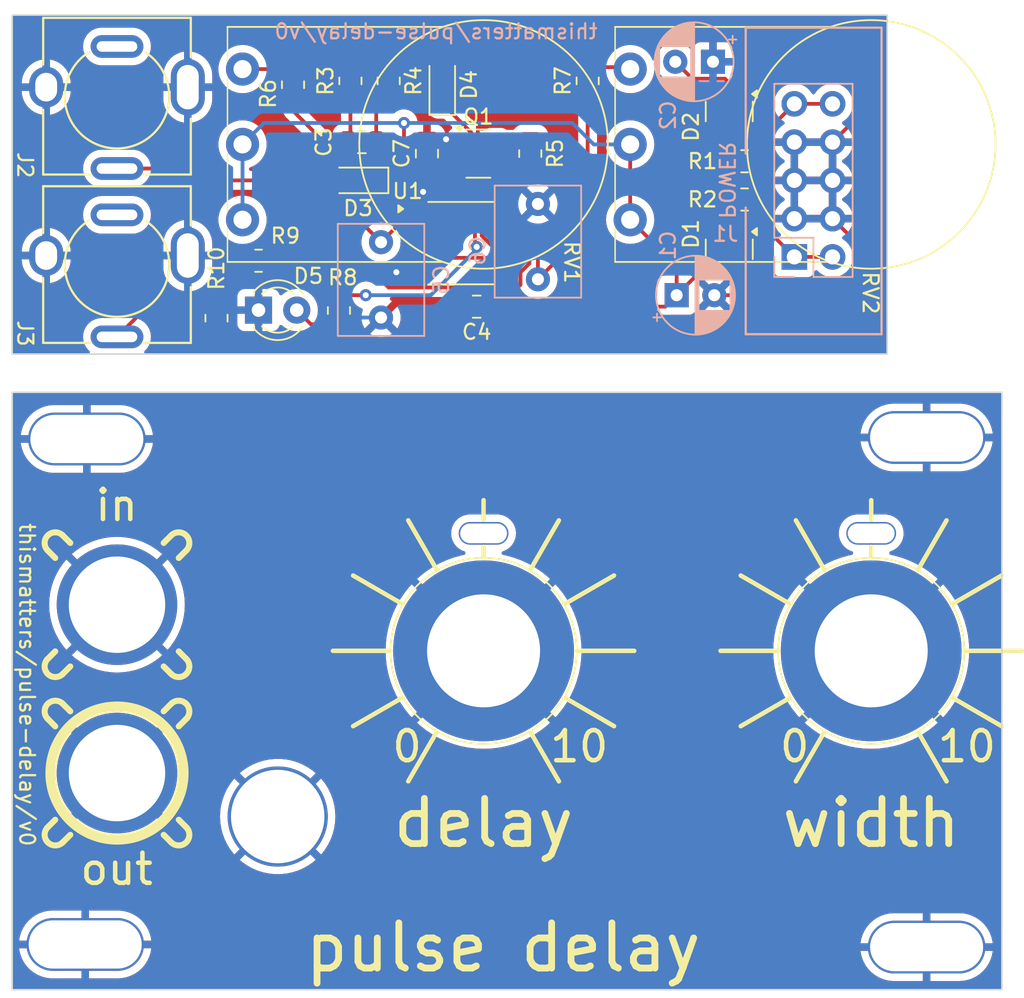
<source format=kicad_pcb>
(kicad_pcb (version 20221018) (generator pcbnew)
  (layers (0 "F.Cu" signal) (31 "B.Cu" signal) (34 "B.Paste" user) (35 "F.Paste" user) (36 "B.SilkS" user "B.Silkscreen") (37 "F.SilkS" user "F.Silkscreen") (38 "B.Mask" user) (39 "F.Mask" user) (44 "Edge.Cuts" user))
  (net 0 "")
  (net 1 "+12V")
  (net 2 "GND")
  (net 3 "-12V")
  (net 4 "Net-(D1-COM)")
  (net 5 "Net-(D2-COM)")
  (net 6 "/FACE")
  (net 7 "Net-(J1-Pin_1)")
  (net 8 "Net-(J1-Pin_10)")
  (net 9 "Net-(D3-K)")
  (net 10 "Net-(D4-K)")
  (net 11 "Net-(U1A-RxCx)")
  (net 12 "Net-(U1B-RxCx)")
  (net 13 "Net-(D3-A)")
  (net 14 "Net-(D5-A)")
  (net 16 "Net-(J3-PadT)")
  (net 18 "Net-(Q1B-E2)")
  (net 19 "Net-(Q1B-B2)")
  (net 20 "Net-(Q1A-C1)")
  (net 21 "Net-(R6-Pad2)")
  (net 22 "Net-(R7-Pad2)")
  (net 23 "Net-(U1A-Clk+)")
  (footprint "Resistor_SMD:R_0805_2012Metric" (layer "F.Cu") (at 142.7656 114.2028)
    (fp_text reference "R2" (at -2.794 0) (layer "F.SilkS"))
    (fp_text value "10")
    (pad "1" smd roundrect (at -0.9125 0) (size 1.025 1.4) (layers "F.Cu" "F.Paste" "F.Mask") (roundrect_rratio 0.243902) (net 4 "Net-(D1-COM)"))
    (pad "2" smd roundrect (at 0.9125 0) (size 1.025 1.4) (layers "F.Cu" "F.Paste" "F.Mask") (roundrect_rratio 0.243902) (net 7 "Net-(J1-Pin_1)"))
  )
  (footprint "Resistor_SMD:R_0805_2012Metric" (layer "F.Cu") (at 132.3516 106.3288 90)
    (fp_text reference "R7" (at 0 -1.65 90) (layer "F.SilkS"))
    (fp_text value "10K")
    (pad "1" smd roundrect (at -0.9125 0 90) (size 1.025 1.4) (layers "F.Cu" "F.Paste" "F.Mask") (roundrect_rratio 0.243902) (net 12 "Net-(U1B-RxCx)"))
    (pad "2" smd roundrect (at 0.9125 0 90) (size 1.025 1.4) (layers "F.Cu" "F.Paste" "F.Mask") (roundrect_rratio 0.243902) (net 22 "Net-(R7-Pad2)"))
  )
  (footprint "Eurorack:AudioJack2_Tayda_A-2566" (layer "F.Cu") (at 101.1096 107.3448 180)
    (fp_text reference "J2" (at 6.096 -4.572 270 unlocked) (layer "F.SilkS"))
    (fp_text value "AudioJack2_SwitchT")
    (pad "S" thru_hole oval (at -4.7 0.6 180) (size 2.25 3.75) (drill oval 1.45 2.95) (layers "*.Cu" "*.Mask") (net 2 "GND"))
    (pad "S" thru_hole oval (at 4.7 0.6 180) (size 2.25 2.7) (drill oval 1.45 1.9) (layers "*.Cu" "*.Mask") (net 2 "GND"))
    (pad "T" thru_hole oval (at 0 -4.8 180) (size 3.5 1.5) (drill oval 2.7 0.7) (layers "*.Cu" "*.Mask") (net 13 "Net-(D3-A)"))
    (pad "TN" thru_hole oval (at 0 3.3 180) (size 3.5 1.5) (drill oval 2.7 0.7) (layers "*.Cu" "*.Mask"))
  )
  (footprint "Capacitor_SMD:C_0805_2012Metric" (layer "F.Cu") (at 124.9856 121.3148 180)
    (fp_text reference "C4" (at 0 -1.68) (layer "F.SilkS"))
    (fp_text value "100n")
    (pad "1" smd roundrect (at -0.95 0 180) (size 1 1.45) (layers "F.Cu" "F.Paste" "F.Mask") (net 1 "+12V"))
    (pad "2" smd roundrect (at 0.95 0 180) (size 1 1.45) (layers "F.Cu" "F.Paste" "F.Mask") (net 2 "GND"))
  )
  (footprint "Resistor_SMD:R_0805_2012Metric" (layer "F.Cu") (at 116.6036 106.3288 90)
    (fp_text reference "R3" (at 0 -1.65 90) (layer "F.SilkS"))
    (fp_text value "100K")
    (pad "1" smd roundrect (at -0.9125 0 90) (size 1.025 1.4) (layers "F.Cu" "F.Paste" "F.Mask") (roundrect_rratio 0.243902) (net 9 "Net-(D3-K)"))
    (pad "2" smd roundrect (at 0.9125 0 90) (size 1.025 1.4) (layers "F.Cu" "F.Paste" "F.Mask") (roundrect_rratio 0.243902) (net 2 "GND"))
  )
  (footprint "Diode_SMD:D_SOD-323_HandSoldering" (layer "F.Cu") (at 122.6996 106.5828 90)
    (fp_text reference "D4" (at 0 1.778 90) (layer "F.SilkS"))
    (fp_text value "1N4148")
    (pad "1" smd roundrect (at -1.25 0 90) (size 1 1) (layers "F.Cu" "F.Paste" "F.Mask") (net 10 "Net-(D4-K)"))
    (pad "2" smd roundrect (at 1.25 0 90) (size 1 1) (layers "F.Cu" "F.Paste" "F.Mask") (net 2 "GND"))
  )
  (footprint "Resistor_SMD:R_0805_2012Metric" (layer "F.Cu") (at 115.8416 121.5688 90)
    (fp_text reference "R8" (at 2.1888 0.254 180) (layer "F.SilkS"))
    (fp_text value "1K")
    (pad "1" smd roundrect (at -0.9125 0 90) (size 1.025 1.4) (layers "F.Cu" "F.Paste" "F.Mask") (roundrect_rratio 0.243902) (net 14 "Net-(D5-A)"))
    (pad "2" smd roundrect (at 0.9125 0 90) (size 1.025 1.4) (layers "F.Cu" "F.Paste" "F.Mask") (roundrect_rratio 0.243902) (net 18 "Net-(Q1B-E2)"))
  )
  (footprint "Package_TO_SOT_SMD:SOT-23" (layer "F.Cu") (at 141.7496 108.3608 -90)
    (fp_text reference "D2" (at 1.016 2.54 90) (layer "F.SilkS"))
    (fp_text value "BAT54S")
    (pad "1" smd roundrect (at -0.9375 -0.95 270) (size 1.475 0.6) (layers "F.Cu" "F.Paste" "F.Mask") (net 3 "-12V"))
    (pad "2" smd roundrect (at -0.9375 0.95 270) (size 1.475 0.6) (layers "F.Cu" "F.Paste" "F.Mask") (net 1 "+12V"))
    (pad "3" smd roundrect (at 0.9375 0 270) (size 1.475 0.6) (layers "F.Cu" "F.Paste" "F.Mask") (net 5 "Net-(D2-COM)"))
  )
  (footprint "Eurorack:Mech-MountingHole" (layer "F.Cu") (at 99.1096 130.0973)
    (fp_text reference "H1")
    (fp_text value "mount0")
    (pad "1" thru_hole oval (at 0 0 90) (size 3.5 7.8) (drill oval 3.2 7.5) (layers "*.Cu" "*.Mask") (net 6 "/FACE"))
  )
  (footprint "Resistor_SMD:R_0805_2012Metric" (layer "F.Cu") (at 142.7656 111.6628)
    (fp_text reference "R1" (at -2.794 0) (layer "F.SilkS"))
    (fp_text value "10")
    (pad "1" smd roundrect (at -0.9125 0) (size 1.025 1.4) (layers "F.Cu" "F.Paste" "F.Mask") (roundrect_rratio 0.243902) (net 5 "Net-(D2-COM)"))
    (pad "2" smd roundrect (at 0.9125 0) (size 1.025 1.4) (layers "F.Cu" "F.Paste" "F.Mask") (roundrect_rratio 0.243902) (net 8 "Net-(J1-Pin_10)"))
  )
  (footprint "Package_TO_SOT_SMD:SOT-23" (layer "F.Cu") (at 141.7496 117.5048 -90)
    (fp_text reference "D1" (at -1.016 2.54 90) (layer "F.SilkS"))
    (fp_text value "BAT54S")
    (pad "1" smd roundrect (at -0.9375 -0.95 270) (size 1.475 0.6) (layers "F.Cu" "F.Paste" "F.Mask") (net 3 "-12V"))
    (pad "2" smd roundrect (at -0.9375 0.95 270) (size 1.475 0.6) (layers "F.Cu" "F.Paste" "F.Mask") (net 1 "+12V"))
    (pad "3" smd roundrect (at 0.9375 0 270) (size 1.475 0.6) (layers "F.Cu" "F.Paste" "F.Mask") (net 4 "Net-(D1-COM)"))
  )
  (footprint "Eurorack:Mech-MountingHole" (layer "F.Cu") (at 99 163.65)
    (fp_text reference "H4")
    (fp_text value "mount1")
    (pad "1" thru_hole oval (at 0 0 90) (size 3.5 7.8) (drill oval 3.2 7.5) (layers "*.Cu" "*.Mask") (net 6 "/FACE"))
  )
  (footprint "Resistor_SMD:R_0805_2012Metric" (layer "F.Cu") (at 110.5076 118.2668)
    (fp_text reference "R9" (at 1.778 -1.65) (layer "F.SilkS"))
    (fp_text value "1.8K")
    (pad "1" smd roundrect (at -0.9125 0) (size 1.025 1.4) (layers "F.Cu" "F.Paste" "F.Mask") (roundrect_rratio 0.243902) (net 16 "Net-(J3-PadT)"))
    (pad "2" smd roundrect (at 0.9125 0) (size 1.025 1.4) (layers "F.Cu" "F.Paste" "F.Mask") (roundrect_rratio 0.243902) (net 19 "Net-(Q1B-B2)"))
  )
  (footprint "Package_SO:TSSOP-16_4.4x5mm_P0.65mm" (layer "F.Cu") (at 123.9696 117.0978)
    (fp_text reference "U1" (at -3.5736 -3.45) (layer "F.SilkS"))
    (fp_text value "4538")
    (pad "1" smd roundrect (at -2.8625 -2.275) (size 1.475 0.4) (layers "F.Cu" "F.Paste" "F.Mask") (net 2 "GND"))
    (pad "2" smd roundrect (at -2.8625 -1.625) (size 1.475 0.4) (layers "F.Cu" "F.Paste" "F.Mask") (net 11 "Net-(U1A-RxCx)"))
    (pad "3" smd roundrect (at -2.8625 -0.975) (size 1.475 0.4) (layers "F.Cu" "F.Paste" "F.Mask") (net 1 "+12V"))
    (pad "4" smd roundrect (at -2.8625 -0.325) (size 1.475 0.4) (layers "F.Cu" "F.Paste" "F.Mask") (net 23 "Net-(U1A-Clk+)"))
    (pad "5" smd roundrect (at -2.8625 0.325) (size 1.475 0.4) (layers "F.Cu" "F.Paste" "F.Mask") (net 20 "Net-(Q1A-C1)"))
    (pad "6" smd roundrect (at -2.8625 0.975) (size 1.475 0.4) (layers "F.Cu" "F.Paste" "F.Mask") (net 23 "Net-(U1A-Clk+)"))
    (pad "7" smd roundrect (at -2.8625 1.625) (size 1.475 0.4) (layers "F.Cu" "F.Paste" "F.Mask"))
    (pad "8" smd roundrect (at -2.8625 2.275) (size 1.475 0.4) (layers "F.Cu" "F.Paste" "F.Mask") (net 2 "GND"))
    (pad "9" smd roundrect (at 2.8625 2.275) (size 1.475 0.4) (layers "F.Cu" "F.Paste" "F.Mask"))
    (pad "10" smd roundrect (at 2.8625 1.625) (size 1.475 0.4) (layers "F.Cu" "F.Paste" "F.Mask") (net 19 "Net-(Q1B-B2)"))
    (pad "11" smd roundrect (at 2.8625 0.975) (size 1.475 0.4) (layers "F.Cu" "F.Paste" "F.Mask") (net 23 "Net-(U1A-Clk+)"))
    (pad "12" smd roundrect (at 2.8625 0.325) (size 1.475 0.4) (layers "F.Cu" "F.Paste" "F.Mask") (net 19 "Net-(Q1B-B2)"))
    (pad "13" smd roundrect (at 2.8625 -0.325) (size 1.475 0.4) (layers "F.Cu" "F.Paste" "F.Mask") (net 1 "+12V"))
    (pad "14" smd roundrect (at 2.8625 -0.975) (size 1.475 0.4) (layers "F.Cu" "F.Paste" "F.Mask") (net 12 "Net-(U1B-RxCx)"))
    (pad "15" smd roundrect (at 2.8625 -1.625) (size 1.475 0.4) (layers "F.Cu" "F.Paste" "F.Mask") (net 2 "GND"))
    (pad "16" smd roundrect (at 2.8625 -2.275) (size 1.475 0.4) (layers "F.Cu" "F.Paste" "F.Mask") (net 1 "+12V"))
  )
  (footprint "Package_SO:TSOP-6_1.65x3.05mm_P0.95mm" (layer "F.Cu") (at 125.0956 111.1548)
    (fp_text reference "Q1" (at 0 -2.45) (layer "F.SilkS"))
    (fp_text value "BCM847")
    (pad "1" smd rect (at -1.16 -0.95) (size 0.7 0.51) (layers "F.Cu" "F.Paste" "F.Mask") (net 2 "GND"))
    (pad "2" smd rect (at -1.16 0) (size 0.7 0.51) (layers "F.Cu" "F.Paste" "F.Mask") (net 10 "Net-(D4-K)"))
    (pad "3" smd rect (at -1.16 0.95) (size 0.7 0.51) (layers "F.Cu" "F.Paste" "F.Mask") (net 1 "+12V"))
    (pad "4" smd rect (at 1.16 0.95) (size 0.7 0.51) (layers "F.Cu" "F.Paste" "F.Mask") (net 18 "Net-(Q1B-E2)"))
    (pad "5" smd rect (at 1.16 0) (size 0.7 0.51) (layers "F.Cu" "F.Paste" "F.Mask") (net 19 "Net-(Q1B-B2)"))
    (pad "6" smd rect (at 1.16 -0.95) (size 0.7 0.51) (layers "F.Cu" "F.Paste" "F.Mask") (net 20 "Net-(Q1A-C1)"))
  )
  (footprint "Eurorack:Mech-MountingHole" (layer "F.Cu") (at 154.85 130)
    (fp_text reference "H2")
    (fp_text value "mount1")
    (pad "1" thru_hole oval (at 0 0 90) (size 3.5 7.8) (drill oval 3.2 7.5) (layers "*.Cu" "*.Mask") (net 6 "/FACE"))
  )
  (footprint "Diode_SMD:D_SOD-323_HandSoldering" (layer "F.Cu") (at 117.1116 112.9328 180)
    (fp_text reference "D3" (at 0 -1.85) (layer "F.SilkS"))
    (fp_text value "1N4148")
    (pad "1" smd roundrect (at -1.25 0 180) (size 1 1) (layers "F.Cu" "F.Paste" "F.Mask") (net 9 "Net-(D3-K)"))
    (pad "2" smd roundrect (at 1.25 0 180) (size 1 1) (layers "F.Cu" "F.Paste" "F.Mask") (net 13 "Net-(D3-A)"))
  )
  (footprint "Resistor_SMD:R_0805_2012Metric" (layer "F.Cu") (at 107.7136 122.0768 -90)
    (fp_text reference "R10" (at -3.302 0 90) (layer "F.SilkS"))
    (fp_text value "10K")
    (pad "1" smd roundrect (at -0.9125 0 270) (size 1.025 1.4) (layers "F.Cu" "F.Paste" "F.Mask") (roundrect_rratio 0.243902) (net 16 "Net-(J3-PadT)"))
    (pad "2" smd roundrect (at 0.9125 0 270) (size 1.025 1.4) (layers "F.Cu" "F.Paste" "F.Mask") (roundrect_rratio 0.243902) (net 2 "GND"))
  )
  (footprint "Eurorack:Mech-LED-Hole-3mm-Bezel" (layer "F.Cu") (at 111.7776 155.1584)
    (fp_text reference "H13" hide)
    (fp_text value "led" hide)
    (pad "1" thru_hole circle (at 0 0) (size 6.65 6.65) (drill 6.2) (layers "*.Cu" "*.Mask") (net 6 "/FACE"))
  )
  (footprint "Eurorack:Mech-Potentiometer-Hole_level_90deg" (layer "F.Cu") (at 151.173 144.1602)
    (fp_text reference "H12")
    (fp_text value "width" (at 0 11.43 unlocked) (layer "F.SilkS") (effects (font (size 3 3) (thickness 0.45))))
    (fp_text user "0" (at -5.08 6.35 unlocked) (layer "F.SilkS") (effects (font (size 2 2) (thickness 0.3))))
    (fp_text user "10" (at 6.35 6.35 unlocked) (layer "F.SilkS") (effects (font (size 2 2) (thickness 0.3))))
    (pad "" thru_hole oval (at 0 -7.8) (size 3.3 1.5) (drill oval 3.1 1.3) (layers "*.Cu" "*.Mask"))
    (pad "1" thru_hole circle (at 0 0) (size 12 12) (drill 7.5) (layers "*.Cu" "*.Mask") (net 6 "/FACE"))
  )
  (footprint "Eurorack:Potentiometer_RV16AF-41-15R1" (layer "F.Cu") (at 151.173 110.5452 -90)
    (fp_text reference "RV2" (at 9.8508 0.043 -90 unlocked) (layer "F.SilkS"))
    (fp_text value "A1M")
    (pad "1" thru_hole circle (at -5 16 270) (size 2.2 2.2) (drill 1.2) (layers "*.Cu" "*.Mask") (net 22 "Net-(R7-Pad2)"))
    (pad "2" thru_hole circle (at 0 16 270) (size 2.2 2.2) (drill 1.2) (layers "*.Cu" "*.Mask") (net 1 "+12V"))
    (pad "3" thru_hole circle (at 5 16 270) (size 2.2 2.2) (drill 1.2) (layers "*.Cu" "*.Mask") (net 1 "+12V"))
  )
  (footprint "Eurorack:Mech-Potentiometer-Hole_level_90deg" (layer "F.Cu") (at 125.442 144.1602)
    (fp_text reference "H11")
    (fp_text value "delay" (at 0 11.43 unlocked) (layer "F.SilkS") (effects (font (size 3 3) (thickness 0.45))))
    (fp_text user "10" (at 6.35 6.35 unlocked) (layer "F.SilkS") (effects (font (size 2 2) (thickness 0.3))))
    (fp_text user "0" (at -5.08 6.35 unlocked) (layer "F.SilkS") (effects (font (size 2 2) (thickness 0.3))))
    (pad "" thru_hole oval (at 0 -7.8) (size 3.3 1.5) (drill oval 3.1 1.3) (layers "*.Cu" "*.Mask"))
    (pad "1" thru_hole circle (at 0 0) (size 12 12) (drill 7.5) (layers "*.Cu" "*.Mask") (net 6 "/FACE"))
  )
  (footprint "Eurorack:Potentiometer_RV16AF-41-15R1" (layer "F.Cu") (at 125.442 110.5452 -90)
    (fp_text reference "RV1" (at 7.8188 -5.876 -90 unlocked) (layer "F.SilkS"))
    (fp_text value "A1M")
    (pad "1" thru_hole circle (at -5 16 270) (size 2.2 2.2) (drill 1.2) (layers "*.Cu" "*.Mask") (net 21 "Net-(R6-Pad2)"))
    (pad "2" thru_hole circle (at 0 16 270) (size 2.2 2.2) (drill 1.2) (layers "*.Cu" "*.Mask") (net 1 "+12V"))
    (pad "3" thru_hole circle (at 5 16 270) (size 2.2 2.2) (drill 1.2) (layers "*.Cu" "*.Mask") (net 1 "+12V"))
  )
  (footprint "Eurorack:Mech-AudioJack-Hole-Input-Gate" (layer "F.Cu") (at 101.1096 141.0973)
    (fp_text reference "H9")
    (fp_text value "in" (at -0.025 -6.6 unlocked) (layer "F.SilkS") (effects (font (size 2 2) (thickness 0.3))))
    (pad "1" thru_hole circle (at 0 0 90) (size 8 8) (drill 6.4) (layers "*.Cu" "*.Mask") (net 6 "/FACE"))
  )
  (footprint "Resistor_SMD:R_0805_2012Metric" (layer "F.Cu") (at 112.7936 106.5828 90)
    (fp_text reference "R6" (at -0.6052 -1.65 90) (layer "F.SilkS"))
    (fp_text value "10K")
    (pad "1" smd roundrect (at -0.9125 0 90) (size 1.025 1.4) (layers "F.Cu" "F.Paste" "F.Mask") (roundrect_rratio 0.243902) (net 11 "Net-(U1A-RxCx)"))
    (pad "2" smd roundrect (at 0.9125 0 90) (size 1.025 1.4) (layers "F.Cu" "F.Paste" "F.Mask") (roundrect_rratio 0.243902) (net 21 "Net-(R6-Pad2)"))
  )
  (footprint "Eurorack:Mech-MountingHole" (layer "F.Cu") (at 154.85 163.825)
    (fp_text reference "H3")
    (fp_text value "mount1")
    (pad "1" thru_hole oval (at 0 0 90) (size 3.5 7.8) (drill oval 3.2 7.5) (layers "*.Cu" "*.Mask") (net 6 "/FACE"))
  )
  (footprint "Capacitor_SMD:C_0805_2012Metric" (layer "F.Cu") (at 121.6836 111.1548 90)
    (fp_text reference "C7" (at 0 -1.68 90) (layer "F.SilkS"))
    (fp_text value "100n")
    (pad "1" smd roundrect (at -0.95 0 90) (size 1 1.45) (layers "F.Cu" "F.Paste" "F.Mask") (net 1 "+12V"))
    (pad "2" smd roundrect (at 0.95 0 90) (size 1 1.45) (layers "F.Cu" "F.Paste" "F.Mask") (net 2 "GND"))
  )
  (footprint "Eurorack:Mech-AudioJack-Hole-Output-Gate" (layer "F.Cu") (at 101.1096 152.2733)
    (fp_text reference "H10")
    (fp_text value "out" (at -0.025 6.3767 unlocked) (layer "F.SilkS") (effects (font (size 2 2) (thickness 0.3))))
    (pad "1" thru_hole circle (at 0 0 90) (size 8 8) (drill 6.4) (layers "*.Cu" "*.Mask") (net 6 "/FACE"))
  )
  (footprint "Eurorack:AudioJack2_Tayda_A-2566" (layer "F.Cu") (at 101.1096 118.5208 180)
    (fp_text reference "J3" (at 6.096 -4.572 270 unlocked) (layer "F.SilkS"))
    (fp_text value "AudioJack2_SwitchT")
    (pad "S" thru_hole oval (at -4.7 0.6 180) (size 2.25 3.75) (drill oval 1.45 2.95) (layers "*.Cu" "*.Mask") (net 2 "GND"))
    (pad "S" thru_hole oval (at 4.7 0.6 180) (size 2.25 2.7) (drill oval 1.45 1.9) (layers "*.Cu" "*.Mask") (net 2 "GND"))
    (pad "T" thru_hole oval (at 0 -4.8 180) (size 3.5 1.5) (drill oval 2.7 0.7) (layers "*.Cu" "*.Mask") (net 16 "Net-(J3-PadT)"))
    (pad "TN" thru_hole oval (at 0 3.3 180) (size 3.5 1.5) (drill oval 2.7 0.7) (layers "*.Cu" "*.Mask"))
  )
  (footprint "Resistor_SMD:R_0805_2012Metric" (layer "F.Cu") (at 119.1436 106.3288 -90)
    (fp_text reference "R4" (at 0 -1.65 90) (layer "F.SilkS"))
    (fp_text value "22K")
    (pad "1" smd roundrect (at -0.9125 0 270) (size 1.025 1.4) (layers "F.Cu" "F.Paste" "F.Mask") (roundrect_rratio 0.243902) (net 2 "GND"))
    (pad "2" smd roundrect (at 0.9125 0 270) (size 1.025 1.4) (layers "F.Cu" "F.Paste" "F.Mask") (roundrect_rratio 0.243902) (net 10 "Net-(D4-K)"))
  )
  (footprint "Capacitor_SMD:C_0805_2012Metric" (layer "F.Cu") (at 117.3656 110.3928)
    (fp_text reference "C3" (at -2.54 0 90) (layer "F.SilkS"))
    (fp_text value "10n")
    (pad "1" smd roundrect (at -0.95 0) (size 1 1.45) (layers "F.Cu" "F.Paste" "F.Mask") (net 9 "Net-(D3-K)"))
    (pad "2" smd roundrect (at 0.95 0) (size 1 1.45) (layers "F.Cu" "F.Paste" "F.Mask") (net 10 "Net-(D4-K)"))
  )
  (footprint "LED_THT:LED_D3.0mm" (layer "F.Cu") (at 110.5026 121.5434)
    (fp_text reference "D5" (at 3.307 -2.2606) (layer "F.SilkS"))
    (fp_text value "LED")
    (pad "1" thru_hole rect (at 0 0) (size 1.8 1.8) (drill 0.9) (layers "*.Cu" "*.Mask") (net 2 "GND"))
    (pad "2" thru_hole circle (at 2.54 0) (size 1.8 1.8) (drill 0.9) (layers "*.Cu" "*.Mask") (net 14 "Net-(D5-A)"))
  )
  (footprint "Resistor_SMD:R_0805_2012Metric" (layer "F.Cu") (at 128.5416 111.1548 -90)
    (fp_text reference "R5" (at 0 -1.65 90) (layer "F.SilkS"))
    (fp_text value "22K")
    (pad "1" smd roundrect (at -0.9125 0 270) (size 1.025 1.4) (layers "F.Cu" "F.Paste" "F.Mask") (roundrect_rratio 0.243902) (net 20 "Net-(Q1A-C1)"))
    (pad "2" smd roundrect (at 0.9125 0 270) (size 1.025 1.4) (layers "F.Cu" "F.Paste" "F.Mask") (roundrect_rratio 0.243902) (net 1 "+12V"))
  )
  (footprint "Eurorack:PinHeader_2x05_P2.54mm_Vertical" (layer "B.Cu") (at 146.0676 118.0128)
    (fp_text reference "J1" (at -4.572 -1.524) (layer "B.SilkS") (effects (justify mirror)))
    (fp_text value "Conn_02x05_Odd_Even")
    (pad "1" thru_hole rect (at 0 0) (size 1.7 1.7) (drill 1) (layers "*.Cu" "*.Mask") (net 7 "Net-(J1-Pin_1)"))
    (pad "2" thru_hole oval (at 2.54 0) (size 1.7 1.7) (drill 1) (layers "*.Cu" "*.Mask") (net 7 "Net-(J1-Pin_1)"))
    (pad "3" thru_hole oval (at 0 -2.54) (size 1.7 1.7) (drill 1) (layers "*.Cu" "*.Mask") (net 2 "GND"))
    (pad "4" thru_hole oval (at 2.54 -2.54) (size 1.7 1.7) (drill 1) (layers "*.Cu" "*.Mask") (net 2 "GND"))
    (pad "5" thru_hole oval (at 0 -5.08) (size 1.7 1.7) (drill 1) (layers "*.Cu" "*.Mask") (net 2 "GND"))
    (pad "6" thru_hole oval (at 2.54 -5.08) (size 1.7 1.7) (drill 1) (layers "*.Cu" "*.Mask") (net 2 "GND"))
    (pad "7" thru_hole oval (at 0 -7.62) (size 1.7 1.7) (drill 1) (layers "*.Cu" "*.Mask") (net 2 "GND"))
    (pad "8" thru_hole oval (at 2.54 -7.62) (size 1.7 1.7) (drill 1) (layers "*.Cu" "*.Mask") (net 2 "GND"))
    (pad "9" thru_hole oval (at 0 -10.16) (size 1.7 1.7) (drill 1) (layers "*.Cu" "*.Mask") (net 8 "Net-(J1-Pin_10)"))
    (pad "10" thru_hole oval (at 2.54 -10.16) (size 1.7 1.7) (drill 1) (layers "*.Cu" "*.Mask") (net 8 "Net-(J1-Pin_10)"))
  )
  (footprint "Capacitor_THT:CP_Radial_D5.0mm_P2.50mm" (layer "B.Cu") (at 138.258488 120.5528)
    (fp_text reference "C1" (at -0.572888 -3.302 90) (layer "B.SilkS") (effects (justify mirror)))
    (fp_text value "22u 50V")
    (pad "1" thru_hole rect (at 0 0) (size 1.6 1.6) (drill 0.8) (layers "*.Cu" "*.Mask") (net 1 "+12V"))
    (pad "2" thru_hole circle (at 2.5 0) (size 1.6 1.6) (drill 0.8) (layers "*.Cu" "*.Mask") (net 2 "GND"))
  )
  (footprint "Capacitor_THT:CP_Radial_D5.0mm_P2.50mm" (layer "B.Cu") (at 140.668713 105.0588 180)
    (fp_text reference "C2" (at 2.983113 -3.556 90) (layer "B.SilkS") (effects (justify mirror)))
    (fp_text value "22u 50V")
    (pad "1" thru_hole rect (at 0 0 180) (size 1.6 1.6) (drill 0.8) (layers "*.Cu" "*.Mask") (net 2 "GND"))
    (pad "2" thru_hole circle (at 2.5 0 180) (size 1.6 1.6) (drill 0.8) (layers "*.Cu" "*.Mask") (net 3 "-12V"))
  )
  (footprint "Capacitor_THT:C_Rect_L7.2mm_W5.5mm_P5.00mm_FKS2_FKP2_MKS2_MKP2" (layer "B.Cu") (at 129.0496 114.4968 -90)
    (fp_text reference "C6" (at 3.1052 4 90) (layer "B.SilkS") (effects (justify mirror)))
    (fp_text value "1u box")
    (pad "1" thru_hole circle (at 0 0 270) (size 1.6 1.6) (drill 0.8) (layers "*.Cu" "*.Mask") (net 2 "GND"))
    (pad "2" thru_hole circle (at 5 0 270) (size 1.6 1.6) (drill 0.8) (layers "*.Cu" "*.Mask") (net 12 "Net-(U1B-RxCx)"))
  )
  (footprint "Capacitor_THT:C_Rect_L7.2mm_W5.5mm_P5.00mm_FKS2_FKP2_MKS2_MKP2" (layer "B.Cu") (at 118.6356 122.0368 90)
    (fp_text reference "C5" (at 2.5 4 90) (layer "B.SilkS") (effects (justify mirror)))
    (fp_text value "1u box")
    (pad "1" thru_hole circle (at 0 0 90) (size 1.6 1.6) (drill 0.8) (layers "*.Cu" "*.Mask") (net 2 "GND"))
    (pad "2" thru_hole circle (at 5 0 90) (size 1.6 1.6) (drill 0.8) (layers "*.Cu" "*.Mask") (net 11 "Net-(U1A-RxCx)"))
  )
  (gr_rect (start 94.15 127) (end 159.85 166.65) (stroke (width 0.1)) (fill none) (layer "Edge.Cuts"))
  (gr_rect (start 94.15 101.96) (end 152.23 124.46) (stroke (width 0.1)) (fill none) (layer "Edge.Cuts"))
  (gr_text "thismatters/pulse-delay/v0" (at 133.096 103.632) (layer "B.SilkS") (effects (font (size 1 1)) (justify left bottom mirror)))
  (gr_text "POWER" (at 140.9876 112.9328 -90) (layer "B.SilkS") (effects (font (size 1 1)) (justify bottom mirror)))
  (gr_text "pulse delay" (at 126.746 165.608) (layer "F.SilkS") (effects (font (size 3 3) (thickness 0.45)) (justify bottom)))
  (gr_text "thismatters/pulse-delay/v0" (at 94.55 135.6 -90) (layer "F.SilkS") (effects (font (size 1 1)) (justify left bottom)))
  (segment (start 135.173 115.5452) (end 135.173 110.5452) (width 0.25) (layer "F.Cu") (net 1))
  (segment (start 122.183538 115.783861) (end 122.183538 112.604738) (width 0.25) (layer "F.Cu") (net 1))
  (segment (start 125.9356 121.3148) (end 126.4356 121.3148) (width 0.25) (layer "F.Cu") (net 1))
  (segment (start 140.7996 107.4233) (end 140.7996 116.5673) (width 0.25) (layer "F.Cu") (net 1))
  (segment (start 126.8321 116.7728) (end 126.140788 116.7728) (width 0.25) (layer "F.Cu") (net 1))
  (segment (start 127.8946 119.034195) (end 128.4836 118.445195) (width 0.25) (layer "F.Cu") (net 1))
  (segment (start 128.4836 118.445195) (end 128.4836 117.7008) (width 0.25) (layer "F.Cu") (net 1))
  (segment (start 121.6836 112.1048) (end 120.1596 110.5808) (width 0.25) (layer "F.Cu") (net 1))
  (segment (start 121.844599 116.1228) (end 122.183538 115.783861) (width 0.25) (layer "F.Cu") (net 1))
  (segment (start 128.5416 112.0673) (end 127.3806 113.2283) (width 0.25) (layer "F.Cu") (net 1))
  (segment (start 125.9356 121.3148) (end 137.496488 121.3148) (width 0.25) (layer "F.Cu") (net 1))
  (segment (start 125.7696 116.401612) (end 125.7696 115.147801) (width 0.25) (layer "F.Cu") (net 1))
  (segment (start 127.3806 113.2283) (end 127.3806 114.2743) (width 0.25) (layer "F.Cu") (net 1))
  (segment (start 125.7696 115.147801) (end 126.094601 114.8228) (width 0.25) (layer "F.Cu") (net 1))
  (segment (start 127.8946 119.8558) (end 127.8946 119.034195) (width 0.25) (layer "F.Cu") (net 1))
  (segment (start 120.1596 110.5808) (end 120.1596 109.1228) (width 0.25) (layer "F.Cu") (net 1))
  (segment (start 128.4836 117.7008) (end 127.5556 116.7728) (width 0.25) (layer "F.Cu") (net 1))
  (segment (start 126.094601 114.8228) (end 126.8321 114.8228) (width 0.25) (layer "F.Cu") (net 1))
  (segment (start 126.4356 121.3148) (end 127.8946 119.8558) (width 0.25) (layer "F.Cu") (net 1))
  (segment (start 138.258488 120.5528) (end 138.258488 118.630688) (width 0.25) (layer "F.Cu") (net 1))
  (segment (start 138.258488 118.630688) (end 135.173 115.5452) (width 0.25) (layer "F.Cu") (net 1))
  (segment (start 127.3806 114.2743) (end 126.8321 114.8228) (width 0.25) (layer "F.Cu") (net 1))
  (segment (start 122.183538 112.604738) (end 121.6836 112.1048) (width 0.25) (layer "F.Cu") (net 1))
  (segment (start 137.496488 121.3148) (end 138.258488 120.5528) (width 0.25) (layer "F.Cu") (net 1))
  (segment (start 140.7996 118.011688) (end 138.258488 120.5528) (width 0.25) (layer "F.Cu") (net 1))
  (segment (start 123.9356 112.1048) (end 121.6836 112.1048) (width 0.25) (layer "F.Cu") (net 1))
  (segment (start 121.1071 116.1228) (end 121.844599 116.1228) (width 0.25) (layer "F.Cu") (net 1))
  (segment (start 126.140788 116.7728) (end 125.7696 116.401612) (width 0.25) (layer "F.Cu") (net 1))
  (segment (start 140.7996 116.5673) (end 140.7996 118.011688) (width 0.25) (layer "F.Cu") (net 1))
  (segment (start 127.5556 116.7728) (end 126.8321 116.7728) (width 0.25) (layer "F.Cu") (net 1))
  (via (at 120.1596 109.1228) (size 0.8) (drill 0.4) (layers "F.Cu" "B.Cu") (net 1))
  (segment (start 131.3356 109.1228) (end 120.1596 109.1228) (width 0.25) (layer "B.Cu") (net 1))
  (segment (start 110.8644 109.1228) (end 109.442 110.5452) (width 0.25) (layer "B.Cu") (net 1))
  (segment (start 135.173 110.5452) (end 132.758 110.5452) (width 0.25) (layer "B.Cu") (net 1))
  (segment (start 120.1596 109.1228) (end 110.8644 109.1228) (width 0.25) (layer "B.Cu") (net 1))
  (segment (start 132.758 110.5452) (end 131.3356 109.1228) (width 0.25) (layer "B.Cu") (net 1))
  (segment (start 109.442 110.5452) (end 109.442 115.5452) (width 0.25) (layer "B.Cu") (net 1))
  (segment (start 140.668713 105.0588) (end 140.668713 103.330713) (width 0.25) (layer "F.Cu") (net 2))
  (segment (start 137.16 103.378) (end 136.906 103.378) (width 0.25) (layer "F.Cu") (net 2))
  (segment (start 129.794 103.378) (end 125.0606 108.1114) (width 0.25) (layer "F.Cu") (net 2))
  (segment (start 140.621426 103.378) (end 137.16 103.378) (width 0.25) (layer "F.Cu") (net 2))
  (segment (start 148.6076 110.3928) (end 150.1316 108.8688) (width 0.25) (layer "F.Cu") (net 2))
  (segment (start 146.0676 110.3928) (end 148.6076 110.3928) (width 0.25) (layer "F.Cu") (net 2))
  (segment (start 150.1316 116.9968) (end 150.1316 118.7748) (width 0.25) (layer "F.Cu") (net 2))
  (segment (start 125.0606 108.1114) (end 125.0606 112.6834) (width 0.25) (layer "F.Cu") (net 2))
  (segment (start 126.8321 115.4728) (end 128.0736 115.4728) (width 0.25) (layer "F.Cu") (net 2))
  (segment (start 121.1071 119.3728) (end 119.9956 119.3728) (width 0.25) (layer "F.Cu") (net 2))
  (segment (start 121.1071 114.8228) (end 121.1071 114.0173) (width 0.25) (layer "F.Cu") (net 2))
  (segment (start 146.0676 115.4728) (end 148.6076 115.4728) (width 0.25) (layer "F.Cu") (net 2))
  (segment (start 140.668713 103.330713) (end 140.621426 103.378) (width 0.25) (layer "F.Cu") (net 2))
  (segment (start 119.9956 119.3728) (end 119.6516 119.0288) (width 0.25) (layer "F.Cu") (net 2))
  (segment (start 146.0676 112.9328) (end 148.6076 112.9328) (width 0.25) (layer "F.Cu") (net 2))
  (segment (start 128.0736 115.4728) (end 129.0496 114.4968) (width 0.25) (layer "F.Cu") (net 2))
  (segment (start 121.1071 114.0173) (end 121.4296 113.6948) (width 0.25) (layer "F.Cu") (net 2))
  (segment (start 150.1316 118.7748) (end 148.3536 120.5528) (width 0.25) (layer "F.Cu") (net 2))
  (segment (start 148.3536 120.5528) (end 140.758488 120.5528) (width 0.25) (layer "F.Cu") (net 2))
  (segment (start 148.0996 105.0588) (end 140.668713 105.0588) (width 0.25) (layer "F.Cu") (net 2))
  (segment (start 121.1071 114.8228) (end 119.3652 114.8228) (width 0.25) (layer "F.Cu") (net 2))
  (segment (start 123.9356 110.2048) (end 122.9536 110.2048) (width 0.25) (layer "F.Cu") (net 2))
  (segment (start 125.0606 112.6834) (end 123.952 113.792) (width 0.25) (layer "F.Cu") (net 2))
  (segment (start 148.6076 115.4728) (end 150.1316 116.9968) (width 0.25) (layer "F.Cu") (net 2))
  (segment (start 122.9536 110.2048) (end 121.6836 110.2048) (width 0.25) (layer "F.Cu") (net 2))
  (segment (start 150.1316 107.0908) (end 148.0996 105.0588) (width 0.25) (layer "F.Cu") (net 2))
  (segment (start 150.1316 108.8688) (end 150.1316 107.0908) (width 0.25) (layer "F.Cu") (net 2))
  (segment (start 148.6076 112.9328) (end 148.6076 110.3928) (width 0.25) (layer "F.Cu") (net 2))
  (segment (start 136.906 103.378) (end 136.906 106.426) (width 0.25) (layer "F.Cu") (net 2))
  (segment (start 148.6076 112.9328) (end 148.6076 115.4728) (width 0.25) (layer "F.Cu") (net 2))
  (segment (start 137.16 103.378) (end 129.794 103.378) (width 0.25) (layer "F.Cu") (net 2))
  (via (at 122.9536 110.2048) (size 0.8) (drill 0.4) (layers "F.Cu" "B.Cu") (net 2))
  (via (at 119.6516 119.0288) (size 0.8) (drill 0.4) (layers "F.Cu" "B.Cu") (net 2))
  (via (at 121.4296 113.6948) (size 0.8) (drill 0.4) (layers "F.Cu" "B.Cu") (net 2))
  (segment (start 118.118295 119.0288) (end 117.864295 119.2828) (width 0.25) (layer "B.Cu") (net 2))
  (segment (start 116.0956 120.0448) (end 116.0956 120.8068) (width 0.25) (layer "B.Cu") (net 2))
  (segment (start 119.6516 119.0288) (end 122.9536 115.7268) (width 0.25) (layer "B.Cu") (net 2))
  (segment (start 119.6516 119.0288) (end 118.118295 119.0288) (width 0.25) (layer "B.Cu") (net 2))
  (segment (start 121.4296 113.6948) (end 122.9536 113.6948) (width 0.25) (layer "B.Cu") (net 2))
  (segment (start 117.3256 122.0368) (end 118.6356 122.0368) (width 0.25) (layer "B.Cu") (net 2))
  (segment (start 122.9536 115.7268) (end 122.9536 113.6948) (width 0.25) (layer "B.Cu") (net 2))
  (segment (start 116.0956 120.8068) (end 117.3256 122.0368) (width 0.25) (layer "B.Cu") (net 2))
  (segment (start 117.864295 119.2828) (end 116.8576 119.2828) (width 0.25) (layer "B.Cu") (net 2))
  (segment (start 116.8576 119.2828) (end 116.0956 120.0448) (width 0.25) (layer "B.Cu") (net 2))
  (segment (start 122.9536 113.6948) (end 122.9536 110.2048) (width 0.25) (layer "B.Cu") (net 2))
  (segment (start 139.293713 106.1838) (end 138.168713 105.0588) (width 0.25) (layer "F.Cu") (net 3))
  (segment (start 142.6996 107.4233) (end 141.4601 106.1838) (width 0.25) (layer "F.Cu") (net 3))
  (segment (start 142.6996 116.5673) (end 142.6996 107.4233) (width 0.25) (layer "F.Cu") (net 3))
  (segment (start 141.4601 106.1838) (end 139.293713 106.1838) (width 0.25) (layer "F.Cu") (net 3))
  (segment (start 141.7496 118.4423) (end 141.7496 114.3063) (width 0.25) (layer "F.Cu") (net 4))
  (segment (start 141.8531 111.6628) (end 141.8531 109.4018) (width 0.25) (layer "F.Cu") (net 5))
  (segment (start 146.0676 118.0128) (end 143.6781 115.6233) (width 0.25) (layer "F.Cu") (net 7))
  (segment (start 143.6781 115.6233) (end 143.6781 114.2028) (width 0.25) (layer "F.Cu") (net 7))
  (segment (start 148.6076 118.0128) (end 146.0676 118.0128) (width 0.25) (layer "F.Cu") (net 7))
  (segment (start 146.0676 107.8528) (end 143.6781 110.2423) (width 0.25) (layer "F.Cu") (net 8))
  (segment (start 143.6781 110.2423) (end 143.6781 111.6628) (width 0.25) (layer "F.Cu") (net 8))
  (segment (start 148.6076 107.8528) (end 146.0676 107.8528) (width 0.25) (layer "F.Cu") (net 8))
  (segment (start 116.6036 107.2413) (end 116.6036 110.2048) (width 0.25) (layer "F.Cu") (net 9))
  (segment (start 116.4156 110.3928) (end 118.3616 112.3388) (width 0.25) (layer "F.Cu") (net 9))
  (segment (start 118.3616 112.3388) (end 118.3616 112.9328) (width 0.25) (layer "F.Cu") (net 9))
  (segment (start 122.1081 107.2413) (end 122.6996 107.8328) (width 0.25) (layer "F.Cu") (net 10))
  (segment (start 124.6106 111.0798) (end 124.5356 111.1548) (width 0.25) (layer "F.Cu") (net 10))
  (segment (start 118.3156 110.3928) (end 118.3156 108.0693) (width 0.25) (layer "F.Cu") (net 10))
  (segment (start 118.3156 108.0693) (end 119.1436 107.2413) (width 0.25) (layer "F.Cu") (net 10))
  (segment (start 124.6106 109.7438) (end 124.6106 111.0798) (width 0.25) (layer "F.Cu") (net 10))
  (segment (start 124.5356 111.1548) (end 123.9356 111.1548) (width 0.25) (layer "F.Cu") (net 10))
  (segment (start 122.6996 107.8328) (end 124.6106 109.7438) (width 0.25) (layer "F.Cu") (net 10))
  (segment (start 119.1436 107.2413) (end 122.1081 107.2413) (width 0.25) (layer "F.Cu") (net 10))
  (segment (start 117.3656 115.7668) (end 118.6356 117.0368) (width 0.25) (layer "F.Cu") (net 11))
  (segment (start 120.1996 115.4728) (end 118.6356 117.0368) (width 0.25) (layer "F.Cu") (net 11))
  (segment (start 112.7936 107.4953) (end 112.7936 108.3159) (width 0.25) (layer "F.Cu") (net 11))
  (segment (start 112.7936 108.3159) (end 117.3656 112.8879) (width 0.25) (layer "F.Cu") (net 11))
  (segment (start 121.1071 115.4728) (end 120.1996 115.4728) (width 0.25) (layer "F.Cu") (net 11))
  (segment (start 117.3656 112.8879) (end 117.3656 115.7668) (width 0.25) (layer "F.Cu") (net 11))
  (segment (start 129.0496 119.4968) (end 129.0496 116.4888) (width 0.25) (layer "F.Cu") (net 12))
  (segment (start 128.6836 116.1228) (end 126.8321 116.1228) (width 0.25) (layer "F.Cu") (net 12))
  (segment (start 132.3516 116.1948) (end 129.0496 119.4968) (width 0.25) (layer "F.Cu") (net 12))
  (segment (start 132.3516 107.2413) (end 132.3516 116.1948) (width 0.25) (layer "F.Cu") (net 12))
  (segment (start 129.0496 116.4888) (end 128.6836 116.1228) (width 0.25) (layer "F.Cu") (net 12))
  (segment (start 108.4756 112.9328) (end 115.8616 112.9328) (width 0.25) (layer "F.Cu") (net 13))
  (segment (start 101.1096 112.1448) (end 107.6876 112.1448) (width 0.25) (layer "F.Cu") (net 13))
  (segment (start 107.6876 112.1448) (end 108.4756 112.9328) (width 0.25) (layer "F.Cu") (net 13))
  (segment (start 113.9805 122.4813) (end 113.0426 121.5434) (width 0.25) (layer "F.Cu") (net 14))
  (segment (start 115.8416 122.4813) (end 113.9805 122.4813) (width 0.25) (layer "F.Cu") (net 14))
  (segment (start 107.7136 121.1643) (end 103.2661 121.1643) (width 0.25) (layer "F.Cu") (net 16))
  (segment (start 107.7136 121.1643) (end 107.7136 120.1483) (width 0.25) (layer "F.Cu") (net 16))
  (segment (start 107.7136 120.1483) (end 109.5951 118.2668) (width 0.25) (layer "F.Cu") (net 16))
  (segment (start 103.2661 121.1643) (end 101.1096 123.3208) (width 0.25) (layer "F.Cu") (net 16))
  (segment (start 124.8696 117.2318) (end 124.8696 114.698404) (width 0.25) (layer "F.Cu") (net 18))
  (segment (start 124.8696 114.698404) (end 126.2556 113.312404) (width 0.25) (layer "F.Cu") (net 18))
  (segment (start 124.9856 117.3478) (end 124.8696 117.2318) (width 0.25) (layer "F.Cu") (net 18))
  (segment (start 126.2556 113.312404) (end 126.2556 112.1048) (width 0.25) (layer "F.Cu") (net 18))
  (segment (start 117.6196 120.5528) (end 115.9451 120.5528) (width 0.25) (layer "F.Cu") (net 18))
  (via (at 117.6196 120.5528) (size 0.8) (drill 0.4) (layers "F.Cu" "B.Cu") (net 18))
  (via (at 124.9856 117.3478) (size 0.8) (drill 0.4) (layers "F.Cu" "B.Cu") (net 18))
  (segment (start 124.9856 117.5048) (end 121.9376 120.5528) (width 0.25) (layer "B.Cu") (net 18))
  (segment (start 124.9856 117.3478) (end 124.9856 117.5048) (width 0.25) (layer "B.Cu") (net 18))
  (segment (start 121.9376 120.5528) (end 117.6196 120.5528) (width 0.25) (layer "B.Cu") (net 18))
  (segment (start 111.4201 118.2668) (end 117.3656 118.2668) (width 0.25) (layer "F.Cu") (net 19))
  (segment (start 119.1436 120.0448) (end 123.9696 120.0448) (width 0.25) (layer "F.Cu") (net 19))
  (segment (start 126.9306 113.2738) (end 125.3196 114.8848) (width 0.25) (layer "F.Cu") (net 19))
  (segment (start 117.3656 118.2668) (end 119.1436 120.0448) (width 0.25) (layer "F.Cu") (net 19))
  (segment (start 127.569599 117.4228) (end 126.8321 117.4228) (width 0.25) (layer "F.Cu") (net 19))
  (segment (start 127.569599 118.7228) (end 128.0336 118.258799) (width 0.25) (layer "F.Cu") (net 19))
  (segment (start 123.9696 120.0448) (end 125.2916 118.7228) (width 0.25) (layer "F.Cu") (net 19))
  (segment (start 126.2556 111.1548) (end 126.8556 111.1548) (width 0.25) (layer "F.Cu") (net 19))
  (segment (start 126.8556 111.1548) (end 126.9306 111.2298) (width 0.25) (layer "F.Cu") (net 19))
  (segment (start 125.2916 118.7228) (end 126.8321 118.7228) (width 0.25) (layer "F.Cu") (net 19))
  (segment (start 126.8321 118.7228) (end 127.569599 118.7228) (width 0.25) (layer "F.Cu") (net 19))
  (segment (start 126.140788 117.4228) (end 126.8321 117.4228) (width 0.25) (layer "F.Cu") (net 19))
  (segment (start 128.0336 117.886801) (end 127.569599 117.4228) (width 0.25) (layer "F.Cu") (net 19))
  (segment (start 125.3196 116.601612) (end 126.140788 117.4228) (width 0.25) (layer "F.Cu") (net 19))
  (segment (start 126.9306 111.2298) (end 126.9306 113.2738) (width 0.25) (layer "F.Cu") (net 19))
  (segment (start 128.0336 118.258799) (end 128.0336 117.886801) (width 0.25) (layer "F.Cu") (net 19))
  (segment (start 125.3196 114.8848) (end 125.3196 116.601612) (width 0.25) (layer "F.Cu") (net 19))
  (segment (start 125.5806 110.2798) (end 125.5806 113.351008) (width 0.25) (layer "F.Cu") (net 20))
  (segment (start 125.5806 113.351008) (end 124.4196 114.512008) (width 0.25) (layer "F.Cu") (net 20))
  (segment (start 126.2556 110.2048) (end 128.5041 110.2048) (width 0.25) (layer "F.Cu") (net 20))
  (segment (start 124.4196 114.8478) (end 121.844599 117.4228) (width 0.25) (layer "F.Cu") (net 20))
  (segment (start 125.6556 110.2048) (end 125.5806 110.2798) (width 0.25) (layer "F.Cu") (net 20))
  (segment (start 121.844599 117.4228) (end 121.1071 117.4228) (width 0.25) (layer "F.Cu") (net 20))
  (segment (start 124.4196 114.512008) (end 124.4196 114.8478) (width 0.25) (layer "F.Cu") (net 20))
  (segment (start 126.2556 110.2048) (end 125.6556 110.2048) (width 0.25) (layer "F.Cu") (net 20))
  (segment (start 109.442 105.5452) (end 112.6685 105.5452) (width 0.25) (layer "F.Cu") (net 21))
  (segment (start 132.3516 105.4163) (end 135.0441 105.4163) (width 0.25) (layer "F.Cu") (net 22))
  (segment (start 120.369601 116.7728) (end 121.1071 116.7728) (width 0.25) (layer "F.Cu") (net 23))
  (segment (start 120.0446 117.097801) (end 120.369601 116.7728) (width 0.25) (layer "F.Cu") (net 23))
  (segment (start 120.369601 118.0728) (end 120.0446 117.747799) (width 0.25) (layer "F.Cu") (net 23))
  (segment (start 121.1071 118.0728) (end 120.369601 118.0728) (width 0.25) (layer "F.Cu") (net 23))
  (segment (start 126.8321 118.0728) (end 121.1071 118.0728) (width 0.25) (layer "F.Cu") (net 23))
  (segment (start 120.0446 117.747799) (end 120.0446 117.097801) (width 0.25) (layer "F.Cu") (net 23))
  (zone (net 6) (net_name "/FACE") (layers "F&B.Cu") (priority 1) (connect_pads (clearance 0.5)) (min_thickness 0.25) (fill yes (thermal_gap 0.5) (thermal_bridge_width 0.5))
    (polygon (pts (xy 93.344 126.558) (xy 160.4 126.558) (xy 160.4 167.198) (xy 93.344 167.198)))
  )
  (zone (net 2) (net_name "GND") (layers "F&B.Cu") (connect_pads (clearance 0.5)) (min_thickness 0.25) (fill yes (thermal_gap 0.5) (thermal_bridge_width 0.5))
    (polygon (pts (xy 93.7436 101.5028) (xy 160.2916 101.5028) (xy 160.2916 124.8708) (xy 93.7436 124.8708)))
  )
)
</source>
